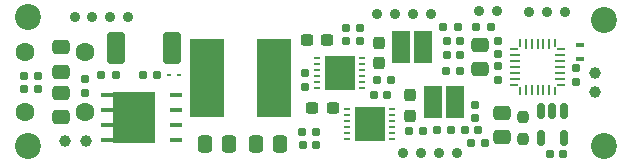
<source format=gbr>
%TF.GenerationSoftware,KiCad,Pcbnew,7.0.7*%
%TF.CreationDate,2024-07-30T16:01:34+03:00*%
%TF.ProjectId,Main_PCB_002,4d61696e-5f50-4434-925f-3030322e6b69,rev?*%
%TF.SameCoordinates,Original*%
%TF.FileFunction,Soldermask,Top*%
%TF.FilePolarity,Negative*%
%FSLAX46Y46*%
G04 Gerber Fmt 4.6, Leading zero omitted, Abs format (unit mm)*
G04 Created by KiCad (PCBNEW 7.0.7) date 2024-07-30 16:01:34*
%MOMM*%
%LPD*%
G01*
G04 APERTURE LIST*
G04 Aperture macros list*
%AMRoundRect*
0 Rectangle with rounded corners*
0 $1 Rounding radius*
0 $2 $3 $4 $5 $6 $7 $8 $9 X,Y pos of 4 corners*
0 Add a 4 corners polygon primitive as box body*
4,1,4,$2,$3,$4,$5,$6,$7,$8,$9,$2,$3,0*
0 Add four circle primitives for the rounded corners*
1,1,$1+$1,$2,$3*
1,1,$1+$1,$4,$5*
1,1,$1+$1,$6,$7*
1,1,$1+$1,$8,$9*
0 Add four rect primitives between the rounded corners*
20,1,$1+$1,$2,$3,$4,$5,0*
20,1,$1+$1,$4,$5,$6,$7,0*
20,1,$1+$1,$6,$7,$8,$9,0*
20,1,$1+$1,$8,$9,$2,$3,0*%
%AMFreePoly0*
4,1,14,0.230680,0.111820,0.364320,-0.021821,0.377500,-0.053642,0.377500,-0.080000,0.364320,-0.111820,0.332500,-0.125000,-0.332500,-0.125000,-0.364320,-0.111820,-0.377500,-0.080000,-0.377500,0.080000,-0.364320,0.111820,-0.332500,0.125000,0.198860,0.125000,0.230680,0.111820,0.230680,0.111820,$1*%
%AMFreePoly1*
4,1,14,0.364320,0.111820,0.377500,0.080000,0.377501,0.053640,0.364318,0.021819,0.230680,-0.111820,0.198860,-0.125000,-0.332500,-0.125000,-0.364320,-0.111820,-0.377500,-0.080000,-0.377500,0.080000,-0.364320,0.111820,-0.332500,0.125000,0.332500,0.125000,0.364320,0.111820,0.364320,0.111820,$1*%
%AMFreePoly2*
4,1,15,0.053642,0.377500,0.080000,0.377500,0.111820,0.364320,0.125000,0.332500,0.125000,-0.332500,0.111820,-0.364320,0.080000,-0.377500,-0.080000,-0.377500,-0.111820,-0.364320,-0.125000,-0.332500,-0.125000,0.198860,-0.111820,0.230680,0.021820,0.364320,0.053640,0.377501,0.053642,0.377500,0.053642,0.377500,$1*%
%AMFreePoly3*
4,1,14,-0.021820,0.364320,0.111820,0.230679,0.125001,0.198860,0.125000,-0.332500,0.111820,-0.364320,0.080000,-0.377500,-0.080000,-0.377500,-0.111820,-0.364320,-0.125000,-0.332500,-0.125000,0.332500,-0.111820,0.364320,-0.080000,0.377500,-0.053640,0.377500,-0.021820,0.364320,-0.021820,0.364320,$1*%
%AMFreePoly4*
4,1,14,0.364320,0.111820,0.377500,0.080000,0.377500,-0.080000,0.364320,-0.111820,0.332500,-0.125000,-0.198860,-0.125001,-0.230680,-0.111818,-0.364320,0.021820,-0.377500,0.053640,-0.377500,0.080000,-0.364320,0.111820,-0.332500,0.125000,0.332500,0.125000,0.364320,0.111820,0.364320,0.111820,$1*%
%AMFreePoly5*
4,1,15,-0.198858,0.125000,0.332500,0.125000,0.364320,0.111820,0.377500,0.080000,0.377500,-0.080000,0.364320,-0.111820,0.332500,-0.125000,-0.332500,-0.125000,-0.364320,-0.111820,-0.377500,-0.080000,-0.377500,-0.053640,-0.364320,-0.021820,-0.230680,0.111820,-0.198860,0.125001,-0.198858,0.125000,-0.198858,0.125000,$1*%
%AMFreePoly6*
4,1,14,0.111820,0.364320,0.125000,0.332500,0.125001,-0.198860,0.111818,-0.230680,-0.021820,-0.364320,-0.053640,-0.377500,-0.080000,-0.377500,-0.111820,-0.364320,-0.125000,-0.332500,-0.125000,0.332500,-0.111820,0.364320,-0.080000,0.377500,0.080000,0.377500,0.111820,0.364320,0.111820,0.364320,$1*%
%AMFreePoly7*
4,1,14,0.111820,0.364320,0.125000,0.332500,0.125000,-0.332500,0.111820,-0.364320,0.080000,-0.377500,0.053640,-0.377501,0.021819,-0.364318,-0.111820,-0.230680,-0.125000,-0.198860,-0.125000,0.332500,-0.111820,0.364320,-0.080000,0.377500,0.080000,0.377500,0.111820,0.364320,0.111820,0.364320,$1*%
G04 Aperture macros list end*
%ADD10C,0.900000*%
%ADD11C,1.600000*%
%ADD12RoundRect,0.237500X-0.300000X-0.237500X0.300000X-0.237500X0.300000X0.237500X-0.300000X0.237500X0*%
%ADD13RoundRect,0.237500X0.237500X-0.300000X0.237500X0.300000X-0.237500X0.300000X-0.237500X-0.300000X0*%
%ADD14C,2.200000*%
%ADD15RoundRect,0.160000X0.160000X-0.197500X0.160000X0.197500X-0.160000X0.197500X-0.160000X-0.197500X0*%
%ADD16RoundRect,0.250000X-0.475000X0.337500X-0.475000X-0.337500X0.475000X-0.337500X0.475000X0.337500X0*%
%ADD17RoundRect,0.160000X0.197500X0.160000X-0.197500X0.160000X-0.197500X-0.160000X0.197500X-0.160000X0*%
%ADD18FreePoly0,0.000000*%
%ADD19RoundRect,0.062500X-0.375000X-0.062500X0.375000X-0.062500X0.375000X0.062500X-0.375000X0.062500X0*%
%ADD20FreePoly1,0.000000*%
%ADD21FreePoly2,0.000000*%
%ADD22RoundRect,0.062500X-0.062500X-0.375000X0.062500X-0.375000X0.062500X0.375000X-0.062500X0.375000X0*%
%ADD23FreePoly3,0.000000*%
%ADD24FreePoly4,0.000000*%
%ADD25FreePoly5,0.000000*%
%ADD26FreePoly6,0.000000*%
%ADD27FreePoly7,0.000000*%
%ADD28R,1.016000X0.457200*%
%ADD29C,1.000000*%
%ADD30RoundRect,0.160000X-0.197500X-0.160000X0.197500X-0.160000X0.197500X0.160000X-0.197500X0.160000X0*%
%ADD31RoundRect,0.062500X-0.117500X-0.062500X0.117500X-0.062500X0.117500X0.062500X-0.117500X0.062500X0*%
%ADD32R,2.971800X6.604000*%
%ADD33RoundRect,0.155000X-0.155000X0.212500X-0.155000X-0.212500X0.155000X-0.212500X0.155000X0.212500X0*%
%ADD34RoundRect,0.155000X-0.212500X-0.155000X0.212500X-0.155000X0.212500X0.155000X-0.212500X0.155000X0*%
%ADD35RoundRect,0.160000X-0.160000X0.197500X-0.160000X-0.197500X0.160000X-0.197500X0.160000X0.197500X0*%
%ADD36RoundRect,0.155000X0.212500X0.155000X-0.212500X0.155000X-0.212500X-0.155000X0.212500X-0.155000X0*%
%ADD37RoundRect,0.155000X0.155000X-0.212500X0.155000X0.212500X-0.155000X0.212500X-0.155000X-0.212500X0*%
%ADD38RoundRect,0.250000X-0.337500X-0.475000X0.337500X-0.475000X0.337500X0.475000X-0.337500X0.475000X0*%
%ADD39R,0.599999X0.249999*%
%ADD40R,2.600000X2.999999*%
%ADD41C,0.499999*%
%ADD42RoundRect,0.250000X0.475000X-0.337500X0.475000X0.337500X-0.475000X0.337500X-0.475000X-0.337500X0*%
%ADD43RoundRect,0.250000X0.500000X1.100000X-0.500000X1.100000X-0.500000X-1.100000X0.500000X-1.100000X0*%
%ADD44RoundRect,0.150000X-0.150000X0.512500X-0.150000X-0.512500X0.150000X-0.512500X0.150000X0.512500X0*%
%ADD45RoundRect,0.237500X0.237500X-0.250000X0.237500X0.250000X-0.237500X0.250000X-0.237500X-0.250000X0*%
%ADD46R,0.711200X0.444500*%
%ADD47RoundRect,0.250000X0.337500X0.475000X-0.337500X0.475000X-0.337500X-0.475000X0.337500X-0.475000X0*%
%ADD48R,1.600200X2.692400*%
G04 APERTURE END LIST*
%TO.C,U1*%
G36*
X66332100Y-63004700D02*
G01*
X62776100Y-63004700D01*
X62776100Y-58686700D01*
X66332100Y-58686700D01*
X66332100Y-63004700D01*
G37*
%TD*%
D10*
%TO.C,D27*%
X87325200Y-63855600D03*
%TD*%
D11*
%TO.C,D3*%
X60401200Y-60350400D03*
%TD*%
D12*
%TO.C,C10*%
X79231300Y-54254400D03*
X80956300Y-54254400D03*
%TD*%
D11*
%TO.C,D19*%
X55321200Y-55270400D03*
%TD*%
D13*
%TO.C,C14*%
X85314600Y-56234500D03*
X85314600Y-54509500D03*
%TD*%
D14*
%TO.C,D29*%
X55626000Y-63246000D03*
%TD*%
D15*
%TO.C,R1*%
X60401200Y-58763500D03*
X60401200Y-57568500D03*
%TD*%
D10*
%TO.C,D12*%
X62585600Y-52324000D03*
%TD*%
D16*
%TO.C,C19*%
X93849000Y-54668600D03*
X93849000Y-56743600D03*
%TD*%
D17*
%TO.C,R3*%
X56476900Y-58394600D03*
X55281900Y-58394600D03*
%TD*%
D11*
%TO.C,D2*%
X60401200Y-55270400D03*
%TD*%
D14*
%TO.C,D30*%
X104394000Y-52578000D03*
%TD*%
D18*
%TO.C,U2*%
X96757700Y-55047500D03*
D19*
X96817700Y-55547500D03*
X96817700Y-56047500D03*
X96817700Y-56547500D03*
X96817700Y-57047500D03*
X96817700Y-57547500D03*
D20*
X96757700Y-58047500D03*
D21*
X97255200Y-58545000D03*
D22*
X97755200Y-58485000D03*
X98255200Y-58485000D03*
X98755200Y-58485000D03*
X99255200Y-58485000D03*
X99755200Y-58485000D03*
D23*
X100255200Y-58545000D03*
D24*
X100752700Y-58047500D03*
D19*
X100692700Y-57547500D03*
X100692700Y-57047500D03*
X100692700Y-56547500D03*
X100692700Y-56047500D03*
X100692700Y-55547500D03*
D25*
X100752700Y-55047500D03*
D26*
X100255200Y-54550000D03*
D22*
X99755200Y-54610000D03*
X99255200Y-54610000D03*
X98755200Y-54610000D03*
X98255200Y-54610000D03*
X97755200Y-54610000D03*
D27*
X97255200Y-54550000D03*
%TD*%
D10*
%TO.C,D20*%
X89712800Y-52019200D03*
%TD*%
D28*
%TO.C,U1*%
X68110100Y-62750700D03*
X68110100Y-61480700D03*
X68110100Y-60210700D03*
X68110100Y-58940700D03*
X62268100Y-58940700D03*
X62268100Y-60210700D03*
X62268100Y-61480700D03*
X62268100Y-62750700D03*
%TD*%
D29*
%TO.C,D18*%
X103581200Y-58674000D03*
%TD*%
D30*
%TO.C,R2*%
X61835700Y-57251600D03*
X63030700Y-57251600D03*
%TD*%
D31*
%TO.C,D5*%
X68415200Y-57238900D03*
X67575200Y-57238900D03*
%TD*%
D32*
%TO.C,L1*%
X76432500Y-57454800D03*
X70793700Y-57454800D03*
%TD*%
D17*
%TO.C,R12*%
X91462000Y-61874400D03*
X90267000Y-61874400D03*
%TD*%
D30*
%TO.C,R8*%
X82525700Y-54339100D03*
X83720700Y-54339100D03*
%TD*%
D33*
%TO.C,C17*%
X93421200Y-59732100D03*
X93421200Y-60867100D03*
%TD*%
D17*
%TO.C,R7*%
X83718400Y-53238400D03*
X82523400Y-53238400D03*
%TD*%
D34*
%TO.C,C11*%
X84903500Y-58928000D03*
X86038500Y-58928000D03*
%TD*%
D33*
%TO.C,C21*%
X92223400Y-54356000D03*
X92223400Y-55491000D03*
%TD*%
D10*
%TO.C,D22*%
X88188800Y-52019200D03*
%TD*%
D16*
%TO.C,C15*%
X95758000Y-60430500D03*
X95758000Y-62505500D03*
%TD*%
D35*
%TO.C,R9*%
X101981000Y-56628700D03*
X101981000Y-57823700D03*
%TD*%
D11*
%TO.C,D1*%
X55321200Y-60350400D03*
%TD*%
D36*
%TO.C,C3*%
X56446900Y-57277000D03*
X55311900Y-57277000D03*
%TD*%
D10*
%TO.C,D25*%
X88849200Y-63855600D03*
%TD*%
D37*
%TO.C,C6*%
X95402400Y-57615900D03*
X95402400Y-56480900D03*
%TD*%
%TO.C,C7*%
X95402400Y-55473600D03*
X95402400Y-54338600D03*
%TD*%
D10*
%TO.C,D21*%
X91897200Y-63855600D03*
%TD*%
D34*
%TO.C,C13*%
X87909400Y-61925200D03*
X89044400Y-61925200D03*
%TD*%
D10*
%TO.C,D10*%
X97993200Y-51917600D03*
%TD*%
%TO.C,D7*%
X95351600Y-51816000D03*
%TD*%
D30*
%TO.C,R4*%
X65314900Y-57238900D03*
X66509900Y-57238900D03*
%TD*%
D10*
%TO.C,D24*%
X86664800Y-52019200D03*
%TD*%
D13*
%TO.C,C12*%
X87994300Y-60654100D03*
X87994300Y-58929100D03*
%TD*%
D29*
%TO.C,D17*%
X103581200Y-57048400D03*
%TD*%
D38*
%TO.C,C4*%
X70569000Y-63093600D03*
X72644000Y-63093600D03*
%TD*%
D17*
%TO.C,R5*%
X91986700Y-53187600D03*
X90791700Y-53187600D03*
%TD*%
D39*
%TO.C,U4*%
X80112601Y-55817600D03*
X80112601Y-56317599D03*
X80112601Y-56817600D03*
X80112601Y-57317600D03*
X80112601Y-57817598D03*
X80112601Y-58317600D03*
X83912599Y-58317600D03*
X83912599Y-57817598D03*
X83912599Y-57317600D03*
X83912599Y-56817598D03*
X83912599Y-56317599D03*
X83912599Y-55817600D03*
D40*
X82012600Y-57067600D03*
D41*
X81012599Y-57067600D03*
X82012600Y-55867600D03*
X82012600Y-57067600D03*
X82012600Y-58267600D03*
X83012601Y-57067600D03*
%TD*%
D10*
%TO.C,D23*%
X90373200Y-63855600D03*
%TD*%
%TO.C,D13*%
X61061600Y-52324000D03*
%TD*%
D42*
%TO.C,C2*%
X58421950Y-60805650D03*
X58421950Y-58730650D03*
%TD*%
D29*
%TO.C,D16*%
X58724800Y-62788800D03*
%TD*%
D10*
%TO.C,D11*%
X64109600Y-52324000D03*
%TD*%
D34*
%TO.C,C16*%
X85182900Y-57658000D03*
X86317900Y-57658000D03*
%TD*%
D16*
%TO.C,C1*%
X58421950Y-54869850D03*
X58421950Y-56944850D03*
%TD*%
D10*
%TO.C,D8*%
X101041200Y-51917600D03*
%TD*%
D17*
%TO.C,R13*%
X94323500Y-62941200D03*
X93128500Y-62941200D03*
%TD*%
D14*
%TO.C,D28*%
X55626000Y-52324000D03*
%TD*%
D43*
%TO.C,D4*%
X67843100Y-54952900D03*
X63043100Y-54952900D03*
%TD*%
D44*
%TO.C,U5*%
X100960000Y-60259800D03*
X100010000Y-60259800D03*
X99060000Y-60259800D03*
X99060000Y-62534800D03*
X100960000Y-62534800D03*
%TD*%
D39*
%TO.C,U3*%
X82639901Y-60135600D03*
X82639901Y-60635599D03*
X82639901Y-61135600D03*
X82639901Y-61635600D03*
X82639901Y-62135598D03*
X82639901Y-62635600D03*
X86439899Y-62635600D03*
X86439899Y-62135598D03*
X86439899Y-61635600D03*
X86439899Y-61135598D03*
X86439899Y-60635599D03*
X86439899Y-60135600D03*
D40*
X84539900Y-61385600D03*
D41*
X83539899Y-61385600D03*
X84539900Y-60185600D03*
X84539900Y-61385600D03*
X84539900Y-62585600D03*
X85539901Y-61385600D03*
%TD*%
D45*
%TO.C,R16*%
X97536000Y-62634500D03*
X97536000Y-60809500D03*
%TD*%
D10*
%TO.C,D9*%
X99517200Y-51917600D03*
%TD*%
D46*
%TO.C,LED1*%
X102362000Y-54717950D03*
X102362000Y-55873650D03*
%TD*%
D17*
%TO.C,R15*%
X92160500Y-56845200D03*
X90965500Y-56845200D03*
%TD*%
D12*
%TO.C,C8*%
X79689600Y-60045600D03*
X81414600Y-60045600D03*
%TD*%
D17*
%TO.C,R6*%
X94780700Y-53187600D03*
X93585700Y-53187600D03*
%TD*%
D34*
%TO.C,C20*%
X99813300Y-63906400D03*
X100948300Y-63906400D03*
%TD*%
D15*
%TO.C,R11*%
X79095600Y-58216800D03*
X79095600Y-57021800D03*
%TD*%
D10*
%TO.C,D14*%
X59563000Y-52349400D03*
%TD*%
%TO.C,D6*%
X93827600Y-51816000D03*
%TD*%
D14*
%TO.C,D31*%
X104394000Y-63246000D03*
%TD*%
D47*
%TO.C,C5*%
X76962000Y-63093600D03*
X74887000Y-63093600D03*
%TD*%
D48*
%TO.C,L2*%
X91782900Y-59537600D03*
X89877900Y-59537600D03*
%TD*%
D29*
%TO.C,D15*%
X60502800Y-62788800D03*
%TD*%
D15*
%TO.C,R14*%
X91105800Y-55524400D03*
X91105800Y-54329400D03*
%TD*%
D36*
%TO.C,C9*%
X80010000Y-63144400D03*
X78875000Y-63144400D03*
%TD*%
D34*
%TO.C,C18*%
X92583000Y-61874400D03*
X93718000Y-61874400D03*
%TD*%
D10*
%TO.C,D26*%
X85140800Y-52019200D03*
%TD*%
D48*
%TO.C,L3*%
X89090500Y-54813200D03*
X87185500Y-54813200D03*
%TD*%
D17*
%TO.C,R10*%
X79997900Y-62026800D03*
X78802900Y-62026800D03*
%TD*%
M02*

</source>
